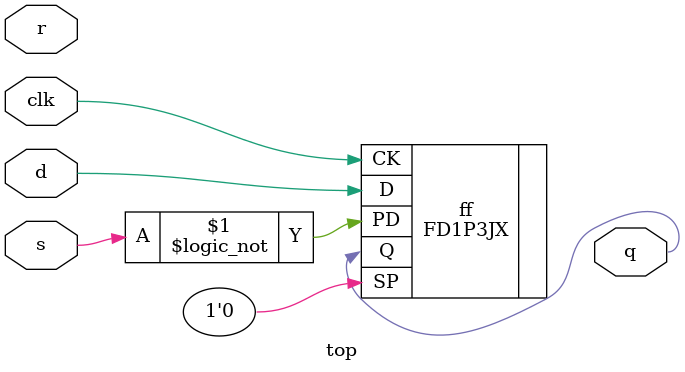
<source format=v>
module top(input clk, input d, input r, input s, output q);
    GSR gsr(.GSR(r));
    FD1P3JX ff(.D(d), .SP(1'b0), .PD(!s), .CK(clk), .Q(q));
endmodule

</source>
